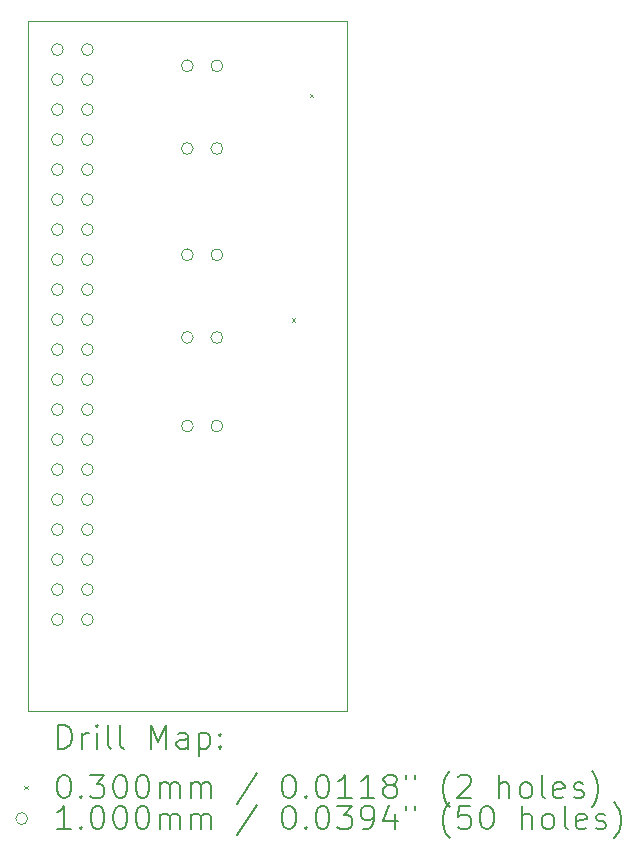
<source format=gbr>
%TF.GenerationSoftware,KiCad,Pcbnew,8.0.1*%
%TF.CreationDate,2024-04-25T21:10:35-06:00*%
%TF.ProjectId,Small_PCB,536d616c-6c5f-4504-9342-2e6b69636164,rev?*%
%TF.SameCoordinates,Original*%
%TF.FileFunction,Drillmap*%
%TF.FilePolarity,Positive*%
%FSLAX45Y45*%
G04 Gerber Fmt 4.5, Leading zero omitted, Abs format (unit mm)*
G04 Created by KiCad (PCBNEW 8.0.1) date 2024-04-25 21:10:35*
%MOMM*%
%LPD*%
G01*
G04 APERTURE LIST*
%ADD10C,0.050000*%
%ADD11C,0.200000*%
%ADD12C,0.100000*%
G04 APERTURE END LIST*
D10*
X9000000Y-6650000D02*
X11700000Y-6650000D01*
X11700000Y-12500000D01*
X9000000Y-12500000D01*
X9000000Y-6650000D01*
D11*
D12*
X11235000Y-9168500D02*
X11265000Y-9198500D01*
X11265000Y-9168500D02*
X11235000Y-9198500D01*
X11385000Y-7268500D02*
X11415000Y-7298500D01*
X11415000Y-7268500D02*
X11385000Y-7298500D01*
X9300000Y-6896000D02*
G75*
G02*
X9200000Y-6896000I-50000J0D01*
G01*
X9200000Y-6896000D02*
G75*
G02*
X9300000Y-6896000I50000J0D01*
G01*
X9300000Y-7150000D02*
G75*
G02*
X9200000Y-7150000I-50000J0D01*
G01*
X9200000Y-7150000D02*
G75*
G02*
X9300000Y-7150000I50000J0D01*
G01*
X9300000Y-7404000D02*
G75*
G02*
X9200000Y-7404000I-50000J0D01*
G01*
X9200000Y-7404000D02*
G75*
G02*
X9300000Y-7404000I50000J0D01*
G01*
X9300000Y-7658000D02*
G75*
G02*
X9200000Y-7658000I-50000J0D01*
G01*
X9200000Y-7658000D02*
G75*
G02*
X9300000Y-7658000I50000J0D01*
G01*
X9300000Y-7912000D02*
G75*
G02*
X9200000Y-7912000I-50000J0D01*
G01*
X9200000Y-7912000D02*
G75*
G02*
X9300000Y-7912000I50000J0D01*
G01*
X9300000Y-8166000D02*
G75*
G02*
X9200000Y-8166000I-50000J0D01*
G01*
X9200000Y-8166000D02*
G75*
G02*
X9300000Y-8166000I50000J0D01*
G01*
X9300000Y-8420000D02*
G75*
G02*
X9200000Y-8420000I-50000J0D01*
G01*
X9200000Y-8420000D02*
G75*
G02*
X9300000Y-8420000I50000J0D01*
G01*
X9300000Y-8674000D02*
G75*
G02*
X9200000Y-8674000I-50000J0D01*
G01*
X9200000Y-8674000D02*
G75*
G02*
X9300000Y-8674000I50000J0D01*
G01*
X9300000Y-8928000D02*
G75*
G02*
X9200000Y-8928000I-50000J0D01*
G01*
X9200000Y-8928000D02*
G75*
G02*
X9300000Y-8928000I50000J0D01*
G01*
X9300000Y-9182000D02*
G75*
G02*
X9200000Y-9182000I-50000J0D01*
G01*
X9200000Y-9182000D02*
G75*
G02*
X9300000Y-9182000I50000J0D01*
G01*
X9300000Y-9436000D02*
G75*
G02*
X9200000Y-9436000I-50000J0D01*
G01*
X9200000Y-9436000D02*
G75*
G02*
X9300000Y-9436000I50000J0D01*
G01*
X9300000Y-9690000D02*
G75*
G02*
X9200000Y-9690000I-50000J0D01*
G01*
X9200000Y-9690000D02*
G75*
G02*
X9300000Y-9690000I50000J0D01*
G01*
X9300000Y-9944000D02*
G75*
G02*
X9200000Y-9944000I-50000J0D01*
G01*
X9200000Y-9944000D02*
G75*
G02*
X9300000Y-9944000I50000J0D01*
G01*
X9300000Y-10198000D02*
G75*
G02*
X9200000Y-10198000I-50000J0D01*
G01*
X9200000Y-10198000D02*
G75*
G02*
X9300000Y-10198000I50000J0D01*
G01*
X9300000Y-10452000D02*
G75*
G02*
X9200000Y-10452000I-50000J0D01*
G01*
X9200000Y-10452000D02*
G75*
G02*
X9300000Y-10452000I50000J0D01*
G01*
X9300000Y-10706000D02*
G75*
G02*
X9200000Y-10706000I-50000J0D01*
G01*
X9200000Y-10706000D02*
G75*
G02*
X9300000Y-10706000I50000J0D01*
G01*
X9300000Y-10960000D02*
G75*
G02*
X9200000Y-10960000I-50000J0D01*
G01*
X9200000Y-10960000D02*
G75*
G02*
X9300000Y-10960000I50000J0D01*
G01*
X9300000Y-11214000D02*
G75*
G02*
X9200000Y-11214000I-50000J0D01*
G01*
X9200000Y-11214000D02*
G75*
G02*
X9300000Y-11214000I50000J0D01*
G01*
X9300000Y-11468000D02*
G75*
G02*
X9200000Y-11468000I-50000J0D01*
G01*
X9200000Y-11468000D02*
G75*
G02*
X9300000Y-11468000I50000J0D01*
G01*
X9300000Y-11722000D02*
G75*
G02*
X9200000Y-11722000I-50000J0D01*
G01*
X9200000Y-11722000D02*
G75*
G02*
X9300000Y-11722000I50000J0D01*
G01*
X9554000Y-6896000D02*
G75*
G02*
X9454000Y-6896000I-50000J0D01*
G01*
X9454000Y-6896000D02*
G75*
G02*
X9554000Y-6896000I50000J0D01*
G01*
X9554000Y-7150000D02*
G75*
G02*
X9454000Y-7150000I-50000J0D01*
G01*
X9454000Y-7150000D02*
G75*
G02*
X9554000Y-7150000I50000J0D01*
G01*
X9554000Y-7404000D02*
G75*
G02*
X9454000Y-7404000I-50000J0D01*
G01*
X9454000Y-7404000D02*
G75*
G02*
X9554000Y-7404000I50000J0D01*
G01*
X9554000Y-7658000D02*
G75*
G02*
X9454000Y-7658000I-50000J0D01*
G01*
X9454000Y-7658000D02*
G75*
G02*
X9554000Y-7658000I50000J0D01*
G01*
X9554000Y-7912000D02*
G75*
G02*
X9454000Y-7912000I-50000J0D01*
G01*
X9454000Y-7912000D02*
G75*
G02*
X9554000Y-7912000I50000J0D01*
G01*
X9554000Y-8166000D02*
G75*
G02*
X9454000Y-8166000I-50000J0D01*
G01*
X9454000Y-8166000D02*
G75*
G02*
X9554000Y-8166000I50000J0D01*
G01*
X9554000Y-8420000D02*
G75*
G02*
X9454000Y-8420000I-50000J0D01*
G01*
X9454000Y-8420000D02*
G75*
G02*
X9554000Y-8420000I50000J0D01*
G01*
X9554000Y-8674000D02*
G75*
G02*
X9454000Y-8674000I-50000J0D01*
G01*
X9454000Y-8674000D02*
G75*
G02*
X9554000Y-8674000I50000J0D01*
G01*
X9554000Y-8928000D02*
G75*
G02*
X9454000Y-8928000I-50000J0D01*
G01*
X9454000Y-8928000D02*
G75*
G02*
X9554000Y-8928000I50000J0D01*
G01*
X9554000Y-9182000D02*
G75*
G02*
X9454000Y-9182000I-50000J0D01*
G01*
X9454000Y-9182000D02*
G75*
G02*
X9554000Y-9182000I50000J0D01*
G01*
X9554000Y-9436000D02*
G75*
G02*
X9454000Y-9436000I-50000J0D01*
G01*
X9454000Y-9436000D02*
G75*
G02*
X9554000Y-9436000I50000J0D01*
G01*
X9554000Y-9690000D02*
G75*
G02*
X9454000Y-9690000I-50000J0D01*
G01*
X9454000Y-9690000D02*
G75*
G02*
X9554000Y-9690000I50000J0D01*
G01*
X9554000Y-9944000D02*
G75*
G02*
X9454000Y-9944000I-50000J0D01*
G01*
X9454000Y-9944000D02*
G75*
G02*
X9554000Y-9944000I50000J0D01*
G01*
X9554000Y-10198000D02*
G75*
G02*
X9454000Y-10198000I-50000J0D01*
G01*
X9454000Y-10198000D02*
G75*
G02*
X9554000Y-10198000I50000J0D01*
G01*
X9554000Y-10452000D02*
G75*
G02*
X9454000Y-10452000I-50000J0D01*
G01*
X9454000Y-10452000D02*
G75*
G02*
X9554000Y-10452000I50000J0D01*
G01*
X9554000Y-10706000D02*
G75*
G02*
X9454000Y-10706000I-50000J0D01*
G01*
X9454000Y-10706000D02*
G75*
G02*
X9554000Y-10706000I50000J0D01*
G01*
X9554000Y-10960000D02*
G75*
G02*
X9454000Y-10960000I-50000J0D01*
G01*
X9454000Y-10960000D02*
G75*
G02*
X9554000Y-10960000I50000J0D01*
G01*
X9554000Y-11214000D02*
G75*
G02*
X9454000Y-11214000I-50000J0D01*
G01*
X9454000Y-11214000D02*
G75*
G02*
X9554000Y-11214000I50000J0D01*
G01*
X9554000Y-11468000D02*
G75*
G02*
X9454000Y-11468000I-50000J0D01*
G01*
X9454000Y-11468000D02*
G75*
G02*
X9554000Y-11468000I50000J0D01*
G01*
X9554000Y-11722000D02*
G75*
G02*
X9454000Y-11722000I-50000J0D01*
G01*
X9454000Y-11722000D02*
G75*
G02*
X9554000Y-11722000I50000J0D01*
G01*
X10400000Y-7033500D02*
G75*
G02*
X10300000Y-7033500I-50000J0D01*
G01*
X10300000Y-7033500D02*
G75*
G02*
X10400000Y-7033500I50000J0D01*
G01*
X10400000Y-7733500D02*
G75*
G02*
X10300000Y-7733500I-50000J0D01*
G01*
X10300000Y-7733500D02*
G75*
G02*
X10400000Y-7733500I50000J0D01*
G01*
X10400000Y-8633500D02*
G75*
G02*
X10300000Y-8633500I-50000J0D01*
G01*
X10300000Y-8633500D02*
G75*
G02*
X10400000Y-8633500I50000J0D01*
G01*
X10400000Y-9333500D02*
G75*
G02*
X10300000Y-9333500I-50000J0D01*
G01*
X10300000Y-9333500D02*
G75*
G02*
X10400000Y-9333500I50000J0D01*
G01*
X10400000Y-10083500D02*
G75*
G02*
X10300000Y-10083500I-50000J0D01*
G01*
X10300000Y-10083500D02*
G75*
G02*
X10400000Y-10083500I50000J0D01*
G01*
X10650000Y-7033500D02*
G75*
G02*
X10550000Y-7033500I-50000J0D01*
G01*
X10550000Y-7033500D02*
G75*
G02*
X10650000Y-7033500I50000J0D01*
G01*
X10650000Y-7733500D02*
G75*
G02*
X10550000Y-7733500I-50000J0D01*
G01*
X10550000Y-7733500D02*
G75*
G02*
X10650000Y-7733500I50000J0D01*
G01*
X10650000Y-8633500D02*
G75*
G02*
X10550000Y-8633500I-50000J0D01*
G01*
X10550000Y-8633500D02*
G75*
G02*
X10650000Y-8633500I50000J0D01*
G01*
X10650000Y-9333500D02*
G75*
G02*
X10550000Y-9333500I-50000J0D01*
G01*
X10550000Y-9333500D02*
G75*
G02*
X10650000Y-9333500I50000J0D01*
G01*
X10650000Y-10083500D02*
G75*
G02*
X10550000Y-10083500I-50000J0D01*
G01*
X10550000Y-10083500D02*
G75*
G02*
X10650000Y-10083500I50000J0D01*
G01*
D11*
X9258277Y-12813984D02*
X9258277Y-12613984D01*
X9258277Y-12613984D02*
X9305896Y-12613984D01*
X9305896Y-12613984D02*
X9334467Y-12623508D01*
X9334467Y-12623508D02*
X9353515Y-12642555D01*
X9353515Y-12642555D02*
X9363039Y-12661603D01*
X9363039Y-12661603D02*
X9372563Y-12699698D01*
X9372563Y-12699698D02*
X9372563Y-12728269D01*
X9372563Y-12728269D02*
X9363039Y-12766365D01*
X9363039Y-12766365D02*
X9353515Y-12785412D01*
X9353515Y-12785412D02*
X9334467Y-12804460D01*
X9334467Y-12804460D02*
X9305896Y-12813984D01*
X9305896Y-12813984D02*
X9258277Y-12813984D01*
X9458277Y-12813984D02*
X9458277Y-12680650D01*
X9458277Y-12718746D02*
X9467801Y-12699698D01*
X9467801Y-12699698D02*
X9477324Y-12690174D01*
X9477324Y-12690174D02*
X9496372Y-12680650D01*
X9496372Y-12680650D02*
X9515420Y-12680650D01*
X9582086Y-12813984D02*
X9582086Y-12680650D01*
X9582086Y-12613984D02*
X9572563Y-12623508D01*
X9572563Y-12623508D02*
X9582086Y-12633031D01*
X9582086Y-12633031D02*
X9591610Y-12623508D01*
X9591610Y-12623508D02*
X9582086Y-12613984D01*
X9582086Y-12613984D02*
X9582086Y-12633031D01*
X9705896Y-12813984D02*
X9686848Y-12804460D01*
X9686848Y-12804460D02*
X9677324Y-12785412D01*
X9677324Y-12785412D02*
X9677324Y-12613984D01*
X9810658Y-12813984D02*
X9791610Y-12804460D01*
X9791610Y-12804460D02*
X9782086Y-12785412D01*
X9782086Y-12785412D02*
X9782086Y-12613984D01*
X10039229Y-12813984D02*
X10039229Y-12613984D01*
X10039229Y-12613984D02*
X10105896Y-12756841D01*
X10105896Y-12756841D02*
X10172563Y-12613984D01*
X10172563Y-12613984D02*
X10172563Y-12813984D01*
X10353515Y-12813984D02*
X10353515Y-12709222D01*
X10353515Y-12709222D02*
X10343991Y-12690174D01*
X10343991Y-12690174D02*
X10324944Y-12680650D01*
X10324944Y-12680650D02*
X10286848Y-12680650D01*
X10286848Y-12680650D02*
X10267801Y-12690174D01*
X10353515Y-12804460D02*
X10334467Y-12813984D01*
X10334467Y-12813984D02*
X10286848Y-12813984D01*
X10286848Y-12813984D02*
X10267801Y-12804460D01*
X10267801Y-12804460D02*
X10258277Y-12785412D01*
X10258277Y-12785412D02*
X10258277Y-12766365D01*
X10258277Y-12766365D02*
X10267801Y-12747317D01*
X10267801Y-12747317D02*
X10286848Y-12737793D01*
X10286848Y-12737793D02*
X10334467Y-12737793D01*
X10334467Y-12737793D02*
X10353515Y-12728269D01*
X10448753Y-12680650D02*
X10448753Y-12880650D01*
X10448753Y-12690174D02*
X10467801Y-12680650D01*
X10467801Y-12680650D02*
X10505896Y-12680650D01*
X10505896Y-12680650D02*
X10524944Y-12690174D01*
X10524944Y-12690174D02*
X10534467Y-12699698D01*
X10534467Y-12699698D02*
X10543991Y-12718746D01*
X10543991Y-12718746D02*
X10543991Y-12775888D01*
X10543991Y-12775888D02*
X10534467Y-12794936D01*
X10534467Y-12794936D02*
X10524944Y-12804460D01*
X10524944Y-12804460D02*
X10505896Y-12813984D01*
X10505896Y-12813984D02*
X10467801Y-12813984D01*
X10467801Y-12813984D02*
X10448753Y-12804460D01*
X10629705Y-12794936D02*
X10639229Y-12804460D01*
X10639229Y-12804460D02*
X10629705Y-12813984D01*
X10629705Y-12813984D02*
X10620182Y-12804460D01*
X10620182Y-12804460D02*
X10629705Y-12794936D01*
X10629705Y-12794936D02*
X10629705Y-12813984D01*
X10629705Y-12690174D02*
X10639229Y-12699698D01*
X10639229Y-12699698D02*
X10629705Y-12709222D01*
X10629705Y-12709222D02*
X10620182Y-12699698D01*
X10620182Y-12699698D02*
X10629705Y-12690174D01*
X10629705Y-12690174D02*
X10629705Y-12709222D01*
D12*
X8967500Y-13127500D02*
X8997500Y-13157500D01*
X8997500Y-13127500D02*
X8967500Y-13157500D01*
D11*
X9296372Y-13033984D02*
X9315420Y-13033984D01*
X9315420Y-13033984D02*
X9334467Y-13043508D01*
X9334467Y-13043508D02*
X9343991Y-13053031D01*
X9343991Y-13053031D02*
X9353515Y-13072079D01*
X9353515Y-13072079D02*
X9363039Y-13110174D01*
X9363039Y-13110174D02*
X9363039Y-13157793D01*
X9363039Y-13157793D02*
X9353515Y-13195888D01*
X9353515Y-13195888D02*
X9343991Y-13214936D01*
X9343991Y-13214936D02*
X9334467Y-13224460D01*
X9334467Y-13224460D02*
X9315420Y-13233984D01*
X9315420Y-13233984D02*
X9296372Y-13233984D01*
X9296372Y-13233984D02*
X9277324Y-13224460D01*
X9277324Y-13224460D02*
X9267801Y-13214936D01*
X9267801Y-13214936D02*
X9258277Y-13195888D01*
X9258277Y-13195888D02*
X9248753Y-13157793D01*
X9248753Y-13157793D02*
X9248753Y-13110174D01*
X9248753Y-13110174D02*
X9258277Y-13072079D01*
X9258277Y-13072079D02*
X9267801Y-13053031D01*
X9267801Y-13053031D02*
X9277324Y-13043508D01*
X9277324Y-13043508D02*
X9296372Y-13033984D01*
X9448753Y-13214936D02*
X9458277Y-13224460D01*
X9458277Y-13224460D02*
X9448753Y-13233984D01*
X9448753Y-13233984D02*
X9439229Y-13224460D01*
X9439229Y-13224460D02*
X9448753Y-13214936D01*
X9448753Y-13214936D02*
X9448753Y-13233984D01*
X9524944Y-13033984D02*
X9648753Y-13033984D01*
X9648753Y-13033984D02*
X9582086Y-13110174D01*
X9582086Y-13110174D02*
X9610658Y-13110174D01*
X9610658Y-13110174D02*
X9629705Y-13119698D01*
X9629705Y-13119698D02*
X9639229Y-13129222D01*
X9639229Y-13129222D02*
X9648753Y-13148269D01*
X9648753Y-13148269D02*
X9648753Y-13195888D01*
X9648753Y-13195888D02*
X9639229Y-13214936D01*
X9639229Y-13214936D02*
X9629705Y-13224460D01*
X9629705Y-13224460D02*
X9610658Y-13233984D01*
X9610658Y-13233984D02*
X9553515Y-13233984D01*
X9553515Y-13233984D02*
X9534467Y-13224460D01*
X9534467Y-13224460D02*
X9524944Y-13214936D01*
X9772563Y-13033984D02*
X9791610Y-13033984D01*
X9791610Y-13033984D02*
X9810658Y-13043508D01*
X9810658Y-13043508D02*
X9820182Y-13053031D01*
X9820182Y-13053031D02*
X9829705Y-13072079D01*
X9829705Y-13072079D02*
X9839229Y-13110174D01*
X9839229Y-13110174D02*
X9839229Y-13157793D01*
X9839229Y-13157793D02*
X9829705Y-13195888D01*
X9829705Y-13195888D02*
X9820182Y-13214936D01*
X9820182Y-13214936D02*
X9810658Y-13224460D01*
X9810658Y-13224460D02*
X9791610Y-13233984D01*
X9791610Y-13233984D02*
X9772563Y-13233984D01*
X9772563Y-13233984D02*
X9753515Y-13224460D01*
X9753515Y-13224460D02*
X9743991Y-13214936D01*
X9743991Y-13214936D02*
X9734467Y-13195888D01*
X9734467Y-13195888D02*
X9724944Y-13157793D01*
X9724944Y-13157793D02*
X9724944Y-13110174D01*
X9724944Y-13110174D02*
X9734467Y-13072079D01*
X9734467Y-13072079D02*
X9743991Y-13053031D01*
X9743991Y-13053031D02*
X9753515Y-13043508D01*
X9753515Y-13043508D02*
X9772563Y-13033984D01*
X9963039Y-13033984D02*
X9982086Y-13033984D01*
X9982086Y-13033984D02*
X10001134Y-13043508D01*
X10001134Y-13043508D02*
X10010658Y-13053031D01*
X10010658Y-13053031D02*
X10020182Y-13072079D01*
X10020182Y-13072079D02*
X10029705Y-13110174D01*
X10029705Y-13110174D02*
X10029705Y-13157793D01*
X10029705Y-13157793D02*
X10020182Y-13195888D01*
X10020182Y-13195888D02*
X10010658Y-13214936D01*
X10010658Y-13214936D02*
X10001134Y-13224460D01*
X10001134Y-13224460D02*
X9982086Y-13233984D01*
X9982086Y-13233984D02*
X9963039Y-13233984D01*
X9963039Y-13233984D02*
X9943991Y-13224460D01*
X9943991Y-13224460D02*
X9934467Y-13214936D01*
X9934467Y-13214936D02*
X9924944Y-13195888D01*
X9924944Y-13195888D02*
X9915420Y-13157793D01*
X9915420Y-13157793D02*
X9915420Y-13110174D01*
X9915420Y-13110174D02*
X9924944Y-13072079D01*
X9924944Y-13072079D02*
X9934467Y-13053031D01*
X9934467Y-13053031D02*
X9943991Y-13043508D01*
X9943991Y-13043508D02*
X9963039Y-13033984D01*
X10115420Y-13233984D02*
X10115420Y-13100650D01*
X10115420Y-13119698D02*
X10124944Y-13110174D01*
X10124944Y-13110174D02*
X10143991Y-13100650D01*
X10143991Y-13100650D02*
X10172563Y-13100650D01*
X10172563Y-13100650D02*
X10191610Y-13110174D01*
X10191610Y-13110174D02*
X10201134Y-13129222D01*
X10201134Y-13129222D02*
X10201134Y-13233984D01*
X10201134Y-13129222D02*
X10210658Y-13110174D01*
X10210658Y-13110174D02*
X10229705Y-13100650D01*
X10229705Y-13100650D02*
X10258277Y-13100650D01*
X10258277Y-13100650D02*
X10277325Y-13110174D01*
X10277325Y-13110174D02*
X10286848Y-13129222D01*
X10286848Y-13129222D02*
X10286848Y-13233984D01*
X10382086Y-13233984D02*
X10382086Y-13100650D01*
X10382086Y-13119698D02*
X10391610Y-13110174D01*
X10391610Y-13110174D02*
X10410658Y-13100650D01*
X10410658Y-13100650D02*
X10439229Y-13100650D01*
X10439229Y-13100650D02*
X10458277Y-13110174D01*
X10458277Y-13110174D02*
X10467801Y-13129222D01*
X10467801Y-13129222D02*
X10467801Y-13233984D01*
X10467801Y-13129222D02*
X10477325Y-13110174D01*
X10477325Y-13110174D02*
X10496372Y-13100650D01*
X10496372Y-13100650D02*
X10524944Y-13100650D01*
X10524944Y-13100650D02*
X10543991Y-13110174D01*
X10543991Y-13110174D02*
X10553515Y-13129222D01*
X10553515Y-13129222D02*
X10553515Y-13233984D01*
X10943991Y-13024460D02*
X10772563Y-13281603D01*
X11201134Y-13033984D02*
X11220182Y-13033984D01*
X11220182Y-13033984D02*
X11239229Y-13043508D01*
X11239229Y-13043508D02*
X11248753Y-13053031D01*
X11248753Y-13053031D02*
X11258277Y-13072079D01*
X11258277Y-13072079D02*
X11267801Y-13110174D01*
X11267801Y-13110174D02*
X11267801Y-13157793D01*
X11267801Y-13157793D02*
X11258277Y-13195888D01*
X11258277Y-13195888D02*
X11248753Y-13214936D01*
X11248753Y-13214936D02*
X11239229Y-13224460D01*
X11239229Y-13224460D02*
X11220182Y-13233984D01*
X11220182Y-13233984D02*
X11201134Y-13233984D01*
X11201134Y-13233984D02*
X11182087Y-13224460D01*
X11182087Y-13224460D02*
X11172563Y-13214936D01*
X11172563Y-13214936D02*
X11163039Y-13195888D01*
X11163039Y-13195888D02*
X11153515Y-13157793D01*
X11153515Y-13157793D02*
X11153515Y-13110174D01*
X11153515Y-13110174D02*
X11163039Y-13072079D01*
X11163039Y-13072079D02*
X11172563Y-13053031D01*
X11172563Y-13053031D02*
X11182087Y-13043508D01*
X11182087Y-13043508D02*
X11201134Y-13033984D01*
X11353515Y-13214936D02*
X11363039Y-13224460D01*
X11363039Y-13224460D02*
X11353515Y-13233984D01*
X11353515Y-13233984D02*
X11343991Y-13224460D01*
X11343991Y-13224460D02*
X11353515Y-13214936D01*
X11353515Y-13214936D02*
X11353515Y-13233984D01*
X11486848Y-13033984D02*
X11505896Y-13033984D01*
X11505896Y-13033984D02*
X11524944Y-13043508D01*
X11524944Y-13043508D02*
X11534467Y-13053031D01*
X11534467Y-13053031D02*
X11543991Y-13072079D01*
X11543991Y-13072079D02*
X11553515Y-13110174D01*
X11553515Y-13110174D02*
X11553515Y-13157793D01*
X11553515Y-13157793D02*
X11543991Y-13195888D01*
X11543991Y-13195888D02*
X11534467Y-13214936D01*
X11534467Y-13214936D02*
X11524944Y-13224460D01*
X11524944Y-13224460D02*
X11505896Y-13233984D01*
X11505896Y-13233984D02*
X11486848Y-13233984D01*
X11486848Y-13233984D02*
X11467801Y-13224460D01*
X11467801Y-13224460D02*
X11458277Y-13214936D01*
X11458277Y-13214936D02*
X11448753Y-13195888D01*
X11448753Y-13195888D02*
X11439229Y-13157793D01*
X11439229Y-13157793D02*
X11439229Y-13110174D01*
X11439229Y-13110174D02*
X11448753Y-13072079D01*
X11448753Y-13072079D02*
X11458277Y-13053031D01*
X11458277Y-13053031D02*
X11467801Y-13043508D01*
X11467801Y-13043508D02*
X11486848Y-13033984D01*
X11743991Y-13233984D02*
X11629706Y-13233984D01*
X11686848Y-13233984D02*
X11686848Y-13033984D01*
X11686848Y-13033984D02*
X11667801Y-13062555D01*
X11667801Y-13062555D02*
X11648753Y-13081603D01*
X11648753Y-13081603D02*
X11629706Y-13091127D01*
X11934467Y-13233984D02*
X11820182Y-13233984D01*
X11877325Y-13233984D02*
X11877325Y-13033984D01*
X11877325Y-13033984D02*
X11858277Y-13062555D01*
X11858277Y-13062555D02*
X11839229Y-13081603D01*
X11839229Y-13081603D02*
X11820182Y-13091127D01*
X12048753Y-13119698D02*
X12029706Y-13110174D01*
X12029706Y-13110174D02*
X12020182Y-13100650D01*
X12020182Y-13100650D02*
X12010658Y-13081603D01*
X12010658Y-13081603D02*
X12010658Y-13072079D01*
X12010658Y-13072079D02*
X12020182Y-13053031D01*
X12020182Y-13053031D02*
X12029706Y-13043508D01*
X12029706Y-13043508D02*
X12048753Y-13033984D01*
X12048753Y-13033984D02*
X12086848Y-13033984D01*
X12086848Y-13033984D02*
X12105896Y-13043508D01*
X12105896Y-13043508D02*
X12115420Y-13053031D01*
X12115420Y-13053031D02*
X12124944Y-13072079D01*
X12124944Y-13072079D02*
X12124944Y-13081603D01*
X12124944Y-13081603D02*
X12115420Y-13100650D01*
X12115420Y-13100650D02*
X12105896Y-13110174D01*
X12105896Y-13110174D02*
X12086848Y-13119698D01*
X12086848Y-13119698D02*
X12048753Y-13119698D01*
X12048753Y-13119698D02*
X12029706Y-13129222D01*
X12029706Y-13129222D02*
X12020182Y-13138746D01*
X12020182Y-13138746D02*
X12010658Y-13157793D01*
X12010658Y-13157793D02*
X12010658Y-13195888D01*
X12010658Y-13195888D02*
X12020182Y-13214936D01*
X12020182Y-13214936D02*
X12029706Y-13224460D01*
X12029706Y-13224460D02*
X12048753Y-13233984D01*
X12048753Y-13233984D02*
X12086848Y-13233984D01*
X12086848Y-13233984D02*
X12105896Y-13224460D01*
X12105896Y-13224460D02*
X12115420Y-13214936D01*
X12115420Y-13214936D02*
X12124944Y-13195888D01*
X12124944Y-13195888D02*
X12124944Y-13157793D01*
X12124944Y-13157793D02*
X12115420Y-13138746D01*
X12115420Y-13138746D02*
X12105896Y-13129222D01*
X12105896Y-13129222D02*
X12086848Y-13119698D01*
X12201134Y-13033984D02*
X12201134Y-13072079D01*
X12277325Y-13033984D02*
X12277325Y-13072079D01*
X12572563Y-13310174D02*
X12563039Y-13300650D01*
X12563039Y-13300650D02*
X12543991Y-13272079D01*
X12543991Y-13272079D02*
X12534468Y-13253031D01*
X12534468Y-13253031D02*
X12524944Y-13224460D01*
X12524944Y-13224460D02*
X12515420Y-13176841D01*
X12515420Y-13176841D02*
X12515420Y-13138746D01*
X12515420Y-13138746D02*
X12524944Y-13091127D01*
X12524944Y-13091127D02*
X12534468Y-13062555D01*
X12534468Y-13062555D02*
X12543991Y-13043508D01*
X12543991Y-13043508D02*
X12563039Y-13014936D01*
X12563039Y-13014936D02*
X12572563Y-13005412D01*
X12639229Y-13053031D02*
X12648753Y-13043508D01*
X12648753Y-13043508D02*
X12667801Y-13033984D01*
X12667801Y-13033984D02*
X12715420Y-13033984D01*
X12715420Y-13033984D02*
X12734468Y-13043508D01*
X12734468Y-13043508D02*
X12743991Y-13053031D01*
X12743991Y-13053031D02*
X12753515Y-13072079D01*
X12753515Y-13072079D02*
X12753515Y-13091127D01*
X12753515Y-13091127D02*
X12743991Y-13119698D01*
X12743991Y-13119698D02*
X12629706Y-13233984D01*
X12629706Y-13233984D02*
X12753515Y-13233984D01*
X12991610Y-13233984D02*
X12991610Y-13033984D01*
X13077325Y-13233984D02*
X13077325Y-13129222D01*
X13077325Y-13129222D02*
X13067801Y-13110174D01*
X13067801Y-13110174D02*
X13048753Y-13100650D01*
X13048753Y-13100650D02*
X13020182Y-13100650D01*
X13020182Y-13100650D02*
X13001134Y-13110174D01*
X13001134Y-13110174D02*
X12991610Y-13119698D01*
X13201134Y-13233984D02*
X13182087Y-13224460D01*
X13182087Y-13224460D02*
X13172563Y-13214936D01*
X13172563Y-13214936D02*
X13163039Y-13195888D01*
X13163039Y-13195888D02*
X13163039Y-13138746D01*
X13163039Y-13138746D02*
X13172563Y-13119698D01*
X13172563Y-13119698D02*
X13182087Y-13110174D01*
X13182087Y-13110174D02*
X13201134Y-13100650D01*
X13201134Y-13100650D02*
X13229706Y-13100650D01*
X13229706Y-13100650D02*
X13248753Y-13110174D01*
X13248753Y-13110174D02*
X13258277Y-13119698D01*
X13258277Y-13119698D02*
X13267801Y-13138746D01*
X13267801Y-13138746D02*
X13267801Y-13195888D01*
X13267801Y-13195888D02*
X13258277Y-13214936D01*
X13258277Y-13214936D02*
X13248753Y-13224460D01*
X13248753Y-13224460D02*
X13229706Y-13233984D01*
X13229706Y-13233984D02*
X13201134Y-13233984D01*
X13382087Y-13233984D02*
X13363039Y-13224460D01*
X13363039Y-13224460D02*
X13353515Y-13205412D01*
X13353515Y-13205412D02*
X13353515Y-13033984D01*
X13534468Y-13224460D02*
X13515420Y-13233984D01*
X13515420Y-13233984D02*
X13477325Y-13233984D01*
X13477325Y-13233984D02*
X13458277Y-13224460D01*
X13458277Y-13224460D02*
X13448753Y-13205412D01*
X13448753Y-13205412D02*
X13448753Y-13129222D01*
X13448753Y-13129222D02*
X13458277Y-13110174D01*
X13458277Y-13110174D02*
X13477325Y-13100650D01*
X13477325Y-13100650D02*
X13515420Y-13100650D01*
X13515420Y-13100650D02*
X13534468Y-13110174D01*
X13534468Y-13110174D02*
X13543991Y-13129222D01*
X13543991Y-13129222D02*
X13543991Y-13148269D01*
X13543991Y-13148269D02*
X13448753Y-13167317D01*
X13620182Y-13224460D02*
X13639230Y-13233984D01*
X13639230Y-13233984D02*
X13677325Y-13233984D01*
X13677325Y-13233984D02*
X13696372Y-13224460D01*
X13696372Y-13224460D02*
X13705896Y-13205412D01*
X13705896Y-13205412D02*
X13705896Y-13195888D01*
X13705896Y-13195888D02*
X13696372Y-13176841D01*
X13696372Y-13176841D02*
X13677325Y-13167317D01*
X13677325Y-13167317D02*
X13648753Y-13167317D01*
X13648753Y-13167317D02*
X13629706Y-13157793D01*
X13629706Y-13157793D02*
X13620182Y-13138746D01*
X13620182Y-13138746D02*
X13620182Y-13129222D01*
X13620182Y-13129222D02*
X13629706Y-13110174D01*
X13629706Y-13110174D02*
X13648753Y-13100650D01*
X13648753Y-13100650D02*
X13677325Y-13100650D01*
X13677325Y-13100650D02*
X13696372Y-13110174D01*
X13772563Y-13310174D02*
X13782087Y-13300650D01*
X13782087Y-13300650D02*
X13801134Y-13272079D01*
X13801134Y-13272079D02*
X13810658Y-13253031D01*
X13810658Y-13253031D02*
X13820182Y-13224460D01*
X13820182Y-13224460D02*
X13829706Y-13176841D01*
X13829706Y-13176841D02*
X13829706Y-13138746D01*
X13829706Y-13138746D02*
X13820182Y-13091127D01*
X13820182Y-13091127D02*
X13810658Y-13062555D01*
X13810658Y-13062555D02*
X13801134Y-13043508D01*
X13801134Y-13043508D02*
X13782087Y-13014936D01*
X13782087Y-13014936D02*
X13772563Y-13005412D01*
D12*
X8997500Y-13406500D02*
G75*
G02*
X8897500Y-13406500I-50000J0D01*
G01*
X8897500Y-13406500D02*
G75*
G02*
X8997500Y-13406500I50000J0D01*
G01*
D11*
X9363039Y-13497984D02*
X9248753Y-13497984D01*
X9305896Y-13497984D02*
X9305896Y-13297984D01*
X9305896Y-13297984D02*
X9286848Y-13326555D01*
X9286848Y-13326555D02*
X9267801Y-13345603D01*
X9267801Y-13345603D02*
X9248753Y-13355127D01*
X9448753Y-13478936D02*
X9458277Y-13488460D01*
X9458277Y-13488460D02*
X9448753Y-13497984D01*
X9448753Y-13497984D02*
X9439229Y-13488460D01*
X9439229Y-13488460D02*
X9448753Y-13478936D01*
X9448753Y-13478936D02*
X9448753Y-13497984D01*
X9582086Y-13297984D02*
X9601134Y-13297984D01*
X9601134Y-13297984D02*
X9620182Y-13307508D01*
X9620182Y-13307508D02*
X9629705Y-13317031D01*
X9629705Y-13317031D02*
X9639229Y-13336079D01*
X9639229Y-13336079D02*
X9648753Y-13374174D01*
X9648753Y-13374174D02*
X9648753Y-13421793D01*
X9648753Y-13421793D02*
X9639229Y-13459888D01*
X9639229Y-13459888D02*
X9629705Y-13478936D01*
X9629705Y-13478936D02*
X9620182Y-13488460D01*
X9620182Y-13488460D02*
X9601134Y-13497984D01*
X9601134Y-13497984D02*
X9582086Y-13497984D01*
X9582086Y-13497984D02*
X9563039Y-13488460D01*
X9563039Y-13488460D02*
X9553515Y-13478936D01*
X9553515Y-13478936D02*
X9543991Y-13459888D01*
X9543991Y-13459888D02*
X9534467Y-13421793D01*
X9534467Y-13421793D02*
X9534467Y-13374174D01*
X9534467Y-13374174D02*
X9543991Y-13336079D01*
X9543991Y-13336079D02*
X9553515Y-13317031D01*
X9553515Y-13317031D02*
X9563039Y-13307508D01*
X9563039Y-13307508D02*
X9582086Y-13297984D01*
X9772563Y-13297984D02*
X9791610Y-13297984D01*
X9791610Y-13297984D02*
X9810658Y-13307508D01*
X9810658Y-13307508D02*
X9820182Y-13317031D01*
X9820182Y-13317031D02*
X9829705Y-13336079D01*
X9829705Y-13336079D02*
X9839229Y-13374174D01*
X9839229Y-13374174D02*
X9839229Y-13421793D01*
X9839229Y-13421793D02*
X9829705Y-13459888D01*
X9829705Y-13459888D02*
X9820182Y-13478936D01*
X9820182Y-13478936D02*
X9810658Y-13488460D01*
X9810658Y-13488460D02*
X9791610Y-13497984D01*
X9791610Y-13497984D02*
X9772563Y-13497984D01*
X9772563Y-13497984D02*
X9753515Y-13488460D01*
X9753515Y-13488460D02*
X9743991Y-13478936D01*
X9743991Y-13478936D02*
X9734467Y-13459888D01*
X9734467Y-13459888D02*
X9724944Y-13421793D01*
X9724944Y-13421793D02*
X9724944Y-13374174D01*
X9724944Y-13374174D02*
X9734467Y-13336079D01*
X9734467Y-13336079D02*
X9743991Y-13317031D01*
X9743991Y-13317031D02*
X9753515Y-13307508D01*
X9753515Y-13307508D02*
X9772563Y-13297984D01*
X9963039Y-13297984D02*
X9982086Y-13297984D01*
X9982086Y-13297984D02*
X10001134Y-13307508D01*
X10001134Y-13307508D02*
X10010658Y-13317031D01*
X10010658Y-13317031D02*
X10020182Y-13336079D01*
X10020182Y-13336079D02*
X10029705Y-13374174D01*
X10029705Y-13374174D02*
X10029705Y-13421793D01*
X10029705Y-13421793D02*
X10020182Y-13459888D01*
X10020182Y-13459888D02*
X10010658Y-13478936D01*
X10010658Y-13478936D02*
X10001134Y-13488460D01*
X10001134Y-13488460D02*
X9982086Y-13497984D01*
X9982086Y-13497984D02*
X9963039Y-13497984D01*
X9963039Y-13497984D02*
X9943991Y-13488460D01*
X9943991Y-13488460D02*
X9934467Y-13478936D01*
X9934467Y-13478936D02*
X9924944Y-13459888D01*
X9924944Y-13459888D02*
X9915420Y-13421793D01*
X9915420Y-13421793D02*
X9915420Y-13374174D01*
X9915420Y-13374174D02*
X9924944Y-13336079D01*
X9924944Y-13336079D02*
X9934467Y-13317031D01*
X9934467Y-13317031D02*
X9943991Y-13307508D01*
X9943991Y-13307508D02*
X9963039Y-13297984D01*
X10115420Y-13497984D02*
X10115420Y-13364650D01*
X10115420Y-13383698D02*
X10124944Y-13374174D01*
X10124944Y-13374174D02*
X10143991Y-13364650D01*
X10143991Y-13364650D02*
X10172563Y-13364650D01*
X10172563Y-13364650D02*
X10191610Y-13374174D01*
X10191610Y-13374174D02*
X10201134Y-13393222D01*
X10201134Y-13393222D02*
X10201134Y-13497984D01*
X10201134Y-13393222D02*
X10210658Y-13374174D01*
X10210658Y-13374174D02*
X10229705Y-13364650D01*
X10229705Y-13364650D02*
X10258277Y-13364650D01*
X10258277Y-13364650D02*
X10277325Y-13374174D01*
X10277325Y-13374174D02*
X10286848Y-13393222D01*
X10286848Y-13393222D02*
X10286848Y-13497984D01*
X10382086Y-13497984D02*
X10382086Y-13364650D01*
X10382086Y-13383698D02*
X10391610Y-13374174D01*
X10391610Y-13374174D02*
X10410658Y-13364650D01*
X10410658Y-13364650D02*
X10439229Y-13364650D01*
X10439229Y-13364650D02*
X10458277Y-13374174D01*
X10458277Y-13374174D02*
X10467801Y-13393222D01*
X10467801Y-13393222D02*
X10467801Y-13497984D01*
X10467801Y-13393222D02*
X10477325Y-13374174D01*
X10477325Y-13374174D02*
X10496372Y-13364650D01*
X10496372Y-13364650D02*
X10524944Y-13364650D01*
X10524944Y-13364650D02*
X10543991Y-13374174D01*
X10543991Y-13374174D02*
X10553515Y-13393222D01*
X10553515Y-13393222D02*
X10553515Y-13497984D01*
X10943991Y-13288460D02*
X10772563Y-13545603D01*
X11201134Y-13297984D02*
X11220182Y-13297984D01*
X11220182Y-13297984D02*
X11239229Y-13307508D01*
X11239229Y-13307508D02*
X11248753Y-13317031D01*
X11248753Y-13317031D02*
X11258277Y-13336079D01*
X11258277Y-13336079D02*
X11267801Y-13374174D01*
X11267801Y-13374174D02*
X11267801Y-13421793D01*
X11267801Y-13421793D02*
X11258277Y-13459888D01*
X11258277Y-13459888D02*
X11248753Y-13478936D01*
X11248753Y-13478936D02*
X11239229Y-13488460D01*
X11239229Y-13488460D02*
X11220182Y-13497984D01*
X11220182Y-13497984D02*
X11201134Y-13497984D01*
X11201134Y-13497984D02*
X11182087Y-13488460D01*
X11182087Y-13488460D02*
X11172563Y-13478936D01*
X11172563Y-13478936D02*
X11163039Y-13459888D01*
X11163039Y-13459888D02*
X11153515Y-13421793D01*
X11153515Y-13421793D02*
X11153515Y-13374174D01*
X11153515Y-13374174D02*
X11163039Y-13336079D01*
X11163039Y-13336079D02*
X11172563Y-13317031D01*
X11172563Y-13317031D02*
X11182087Y-13307508D01*
X11182087Y-13307508D02*
X11201134Y-13297984D01*
X11353515Y-13478936D02*
X11363039Y-13488460D01*
X11363039Y-13488460D02*
X11353515Y-13497984D01*
X11353515Y-13497984D02*
X11343991Y-13488460D01*
X11343991Y-13488460D02*
X11353515Y-13478936D01*
X11353515Y-13478936D02*
X11353515Y-13497984D01*
X11486848Y-13297984D02*
X11505896Y-13297984D01*
X11505896Y-13297984D02*
X11524944Y-13307508D01*
X11524944Y-13307508D02*
X11534467Y-13317031D01*
X11534467Y-13317031D02*
X11543991Y-13336079D01*
X11543991Y-13336079D02*
X11553515Y-13374174D01*
X11553515Y-13374174D02*
X11553515Y-13421793D01*
X11553515Y-13421793D02*
X11543991Y-13459888D01*
X11543991Y-13459888D02*
X11534467Y-13478936D01*
X11534467Y-13478936D02*
X11524944Y-13488460D01*
X11524944Y-13488460D02*
X11505896Y-13497984D01*
X11505896Y-13497984D02*
X11486848Y-13497984D01*
X11486848Y-13497984D02*
X11467801Y-13488460D01*
X11467801Y-13488460D02*
X11458277Y-13478936D01*
X11458277Y-13478936D02*
X11448753Y-13459888D01*
X11448753Y-13459888D02*
X11439229Y-13421793D01*
X11439229Y-13421793D02*
X11439229Y-13374174D01*
X11439229Y-13374174D02*
X11448753Y-13336079D01*
X11448753Y-13336079D02*
X11458277Y-13317031D01*
X11458277Y-13317031D02*
X11467801Y-13307508D01*
X11467801Y-13307508D02*
X11486848Y-13297984D01*
X11620182Y-13297984D02*
X11743991Y-13297984D01*
X11743991Y-13297984D02*
X11677325Y-13374174D01*
X11677325Y-13374174D02*
X11705896Y-13374174D01*
X11705896Y-13374174D02*
X11724944Y-13383698D01*
X11724944Y-13383698D02*
X11734467Y-13393222D01*
X11734467Y-13393222D02*
X11743991Y-13412269D01*
X11743991Y-13412269D02*
X11743991Y-13459888D01*
X11743991Y-13459888D02*
X11734467Y-13478936D01*
X11734467Y-13478936D02*
X11724944Y-13488460D01*
X11724944Y-13488460D02*
X11705896Y-13497984D01*
X11705896Y-13497984D02*
X11648753Y-13497984D01*
X11648753Y-13497984D02*
X11629706Y-13488460D01*
X11629706Y-13488460D02*
X11620182Y-13478936D01*
X11839229Y-13497984D02*
X11877325Y-13497984D01*
X11877325Y-13497984D02*
X11896372Y-13488460D01*
X11896372Y-13488460D02*
X11905896Y-13478936D01*
X11905896Y-13478936D02*
X11924944Y-13450365D01*
X11924944Y-13450365D02*
X11934467Y-13412269D01*
X11934467Y-13412269D02*
X11934467Y-13336079D01*
X11934467Y-13336079D02*
X11924944Y-13317031D01*
X11924944Y-13317031D02*
X11915420Y-13307508D01*
X11915420Y-13307508D02*
X11896372Y-13297984D01*
X11896372Y-13297984D02*
X11858277Y-13297984D01*
X11858277Y-13297984D02*
X11839229Y-13307508D01*
X11839229Y-13307508D02*
X11829706Y-13317031D01*
X11829706Y-13317031D02*
X11820182Y-13336079D01*
X11820182Y-13336079D02*
X11820182Y-13383698D01*
X11820182Y-13383698D02*
X11829706Y-13402746D01*
X11829706Y-13402746D02*
X11839229Y-13412269D01*
X11839229Y-13412269D02*
X11858277Y-13421793D01*
X11858277Y-13421793D02*
X11896372Y-13421793D01*
X11896372Y-13421793D02*
X11915420Y-13412269D01*
X11915420Y-13412269D02*
X11924944Y-13402746D01*
X11924944Y-13402746D02*
X11934467Y-13383698D01*
X12105896Y-13364650D02*
X12105896Y-13497984D01*
X12058277Y-13288460D02*
X12010658Y-13431317D01*
X12010658Y-13431317D02*
X12134467Y-13431317D01*
X12201134Y-13297984D02*
X12201134Y-13336079D01*
X12277325Y-13297984D02*
X12277325Y-13336079D01*
X12572563Y-13574174D02*
X12563039Y-13564650D01*
X12563039Y-13564650D02*
X12543991Y-13536079D01*
X12543991Y-13536079D02*
X12534468Y-13517031D01*
X12534468Y-13517031D02*
X12524944Y-13488460D01*
X12524944Y-13488460D02*
X12515420Y-13440841D01*
X12515420Y-13440841D02*
X12515420Y-13402746D01*
X12515420Y-13402746D02*
X12524944Y-13355127D01*
X12524944Y-13355127D02*
X12534468Y-13326555D01*
X12534468Y-13326555D02*
X12543991Y-13307508D01*
X12543991Y-13307508D02*
X12563039Y-13278936D01*
X12563039Y-13278936D02*
X12572563Y-13269412D01*
X12743991Y-13297984D02*
X12648753Y-13297984D01*
X12648753Y-13297984D02*
X12639229Y-13393222D01*
X12639229Y-13393222D02*
X12648753Y-13383698D01*
X12648753Y-13383698D02*
X12667801Y-13374174D01*
X12667801Y-13374174D02*
X12715420Y-13374174D01*
X12715420Y-13374174D02*
X12734468Y-13383698D01*
X12734468Y-13383698D02*
X12743991Y-13393222D01*
X12743991Y-13393222D02*
X12753515Y-13412269D01*
X12753515Y-13412269D02*
X12753515Y-13459888D01*
X12753515Y-13459888D02*
X12743991Y-13478936D01*
X12743991Y-13478936D02*
X12734468Y-13488460D01*
X12734468Y-13488460D02*
X12715420Y-13497984D01*
X12715420Y-13497984D02*
X12667801Y-13497984D01*
X12667801Y-13497984D02*
X12648753Y-13488460D01*
X12648753Y-13488460D02*
X12639229Y-13478936D01*
X12877325Y-13297984D02*
X12896372Y-13297984D01*
X12896372Y-13297984D02*
X12915420Y-13307508D01*
X12915420Y-13307508D02*
X12924944Y-13317031D01*
X12924944Y-13317031D02*
X12934468Y-13336079D01*
X12934468Y-13336079D02*
X12943991Y-13374174D01*
X12943991Y-13374174D02*
X12943991Y-13421793D01*
X12943991Y-13421793D02*
X12934468Y-13459888D01*
X12934468Y-13459888D02*
X12924944Y-13478936D01*
X12924944Y-13478936D02*
X12915420Y-13488460D01*
X12915420Y-13488460D02*
X12896372Y-13497984D01*
X12896372Y-13497984D02*
X12877325Y-13497984D01*
X12877325Y-13497984D02*
X12858277Y-13488460D01*
X12858277Y-13488460D02*
X12848753Y-13478936D01*
X12848753Y-13478936D02*
X12839229Y-13459888D01*
X12839229Y-13459888D02*
X12829706Y-13421793D01*
X12829706Y-13421793D02*
X12829706Y-13374174D01*
X12829706Y-13374174D02*
X12839229Y-13336079D01*
X12839229Y-13336079D02*
X12848753Y-13317031D01*
X12848753Y-13317031D02*
X12858277Y-13307508D01*
X12858277Y-13307508D02*
X12877325Y-13297984D01*
X13182087Y-13497984D02*
X13182087Y-13297984D01*
X13267801Y-13497984D02*
X13267801Y-13393222D01*
X13267801Y-13393222D02*
X13258277Y-13374174D01*
X13258277Y-13374174D02*
X13239230Y-13364650D01*
X13239230Y-13364650D02*
X13210658Y-13364650D01*
X13210658Y-13364650D02*
X13191610Y-13374174D01*
X13191610Y-13374174D02*
X13182087Y-13383698D01*
X13391610Y-13497984D02*
X13372563Y-13488460D01*
X13372563Y-13488460D02*
X13363039Y-13478936D01*
X13363039Y-13478936D02*
X13353515Y-13459888D01*
X13353515Y-13459888D02*
X13353515Y-13402746D01*
X13353515Y-13402746D02*
X13363039Y-13383698D01*
X13363039Y-13383698D02*
X13372563Y-13374174D01*
X13372563Y-13374174D02*
X13391610Y-13364650D01*
X13391610Y-13364650D02*
X13420182Y-13364650D01*
X13420182Y-13364650D02*
X13439230Y-13374174D01*
X13439230Y-13374174D02*
X13448753Y-13383698D01*
X13448753Y-13383698D02*
X13458277Y-13402746D01*
X13458277Y-13402746D02*
X13458277Y-13459888D01*
X13458277Y-13459888D02*
X13448753Y-13478936D01*
X13448753Y-13478936D02*
X13439230Y-13488460D01*
X13439230Y-13488460D02*
X13420182Y-13497984D01*
X13420182Y-13497984D02*
X13391610Y-13497984D01*
X13572563Y-13497984D02*
X13553515Y-13488460D01*
X13553515Y-13488460D02*
X13543991Y-13469412D01*
X13543991Y-13469412D02*
X13543991Y-13297984D01*
X13724944Y-13488460D02*
X13705896Y-13497984D01*
X13705896Y-13497984D02*
X13667801Y-13497984D01*
X13667801Y-13497984D02*
X13648753Y-13488460D01*
X13648753Y-13488460D02*
X13639230Y-13469412D01*
X13639230Y-13469412D02*
X13639230Y-13393222D01*
X13639230Y-13393222D02*
X13648753Y-13374174D01*
X13648753Y-13374174D02*
X13667801Y-13364650D01*
X13667801Y-13364650D02*
X13705896Y-13364650D01*
X13705896Y-13364650D02*
X13724944Y-13374174D01*
X13724944Y-13374174D02*
X13734468Y-13393222D01*
X13734468Y-13393222D02*
X13734468Y-13412269D01*
X13734468Y-13412269D02*
X13639230Y-13431317D01*
X13810658Y-13488460D02*
X13829706Y-13497984D01*
X13829706Y-13497984D02*
X13867801Y-13497984D01*
X13867801Y-13497984D02*
X13886849Y-13488460D01*
X13886849Y-13488460D02*
X13896372Y-13469412D01*
X13896372Y-13469412D02*
X13896372Y-13459888D01*
X13896372Y-13459888D02*
X13886849Y-13440841D01*
X13886849Y-13440841D02*
X13867801Y-13431317D01*
X13867801Y-13431317D02*
X13839230Y-13431317D01*
X13839230Y-13431317D02*
X13820182Y-13421793D01*
X13820182Y-13421793D02*
X13810658Y-13402746D01*
X13810658Y-13402746D02*
X13810658Y-13393222D01*
X13810658Y-13393222D02*
X13820182Y-13374174D01*
X13820182Y-13374174D02*
X13839230Y-13364650D01*
X13839230Y-13364650D02*
X13867801Y-13364650D01*
X13867801Y-13364650D02*
X13886849Y-13374174D01*
X13963039Y-13574174D02*
X13972563Y-13564650D01*
X13972563Y-13564650D02*
X13991611Y-13536079D01*
X13991611Y-13536079D02*
X14001134Y-13517031D01*
X14001134Y-13517031D02*
X14010658Y-13488460D01*
X14010658Y-13488460D02*
X14020182Y-13440841D01*
X14020182Y-13440841D02*
X14020182Y-13402746D01*
X14020182Y-13402746D02*
X14010658Y-13355127D01*
X14010658Y-13355127D02*
X14001134Y-13326555D01*
X14001134Y-13326555D02*
X13991611Y-13307508D01*
X13991611Y-13307508D02*
X13972563Y-13278936D01*
X13972563Y-13278936D02*
X13963039Y-13269412D01*
M02*

</source>
